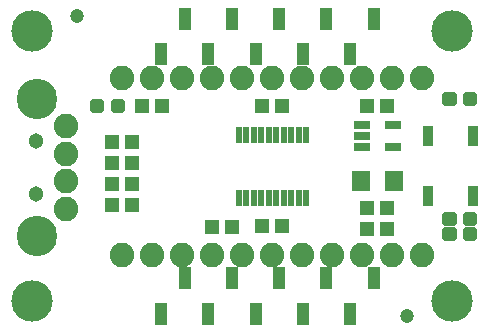
<source format=gbr>
G04 EAGLE Gerber RS-274X export*
G75*
%MOMM*%
%FSLAX34Y34*%
%LPD*%
%INSoldermask Top*%
%IPPOS*%
%AMOC8*
5,1,8,0,0,1.08239X$1,22.5*%
G01*
%ADD10R,1.303200X1.203200*%
%ADD11C,3.505200*%
%ADD12R,1.403200X0.753200*%
%ADD13R,1.603200X1.803200*%
%ADD14C,2.082800*%
%ADD15R,0.584200X1.346200*%
%ADD16C,1.203200*%
%ADD17R,0.965200X1.727200*%
%ADD18R,1.053200X1.903200*%
%ADD19C,0.505344*%
%ADD20C,3.419200*%
%ADD21C,1.303200*%


D10*
X194276Y88621D03*
X177276Y88621D03*
X118500Y190500D03*
X135500Y190500D03*
X220100Y88900D03*
X237100Y88900D03*
X309000Y104140D03*
X326000Y104140D03*
X309000Y86360D03*
X326000Y86360D03*
D11*
X25400Y25400D03*
X25400Y254000D03*
X381000Y254000D03*
X381000Y25400D03*
D10*
X237100Y190500D03*
X220100Y190500D03*
D12*
X304499Y174600D03*
X304499Y165100D03*
X304499Y155600D03*
X330501Y155600D03*
X330501Y174600D03*
D13*
X303500Y127000D03*
X331500Y127000D03*
D10*
X326000Y190500D03*
X309000Y190500D03*
D14*
X355600Y64770D03*
X330200Y64770D03*
X304800Y64770D03*
X279400Y64770D03*
X254000Y64770D03*
X228600Y64770D03*
X203200Y64770D03*
X177800Y64770D03*
X152400Y64770D03*
X127000Y64770D03*
X101600Y64770D03*
X101600Y214630D03*
X127000Y214630D03*
X152400Y214630D03*
X177800Y214630D03*
X203200Y214630D03*
X228600Y214630D03*
X254000Y214630D03*
X279400Y214630D03*
X304800Y214630D03*
X330200Y214630D03*
X355600Y214630D03*
D15*
X231775Y112903D03*
X225425Y112903D03*
X219075Y112903D03*
X212725Y112903D03*
X206375Y112903D03*
X200025Y112903D03*
X238125Y112903D03*
X244475Y112903D03*
X250825Y112903D03*
X257175Y112903D03*
X225425Y166497D03*
X231775Y166497D03*
X238125Y166497D03*
X244475Y166497D03*
X250825Y166497D03*
X257175Y166497D03*
X219075Y166497D03*
X212725Y166497D03*
X206375Y166497D03*
X200025Y166497D03*
D10*
X93100Y124460D03*
X110100Y124460D03*
X110100Y142240D03*
X93100Y142240D03*
X93100Y160020D03*
X110100Y160020D03*
X93100Y106680D03*
X110100Y106680D03*
D16*
X63500Y266700D03*
X342900Y12700D03*
D17*
X398780Y165100D03*
X398780Y114300D03*
X360680Y165100D03*
X360680Y114300D03*
D18*
X134300Y234700D03*
X154300Y264700D03*
X174300Y234700D03*
X194300Y264700D03*
X214300Y234700D03*
X234300Y264700D03*
X254300Y234700D03*
X274300Y264700D03*
X294300Y234700D03*
X314300Y264700D03*
X134300Y14700D03*
X154300Y44700D03*
X174300Y14700D03*
X194300Y44700D03*
X214300Y14700D03*
X234300Y44700D03*
X254300Y14700D03*
X274300Y44700D03*
X294300Y14700D03*
X314300Y44700D03*
D19*
X392630Y91760D02*
X392630Y98740D01*
X399610Y98740D01*
X399610Y91760D01*
X392630Y91760D01*
X392630Y96560D02*
X399610Y96560D01*
X375090Y98740D02*
X375090Y91760D01*
X375090Y98740D02*
X382070Y98740D01*
X382070Y91760D01*
X375090Y91760D01*
X375090Y96560D02*
X382070Y96560D01*
X392630Y86040D02*
X392630Y79060D01*
X392630Y86040D02*
X399610Y86040D01*
X399610Y79060D01*
X392630Y79060D01*
X392630Y83860D02*
X399610Y83860D01*
X375090Y86040D02*
X375090Y79060D01*
X375090Y86040D02*
X382070Y86040D01*
X382070Y79060D01*
X375090Y79060D01*
X375090Y83860D02*
X382070Y83860D01*
X392630Y193360D02*
X392630Y200340D01*
X399610Y200340D01*
X399610Y193360D01*
X392630Y193360D01*
X392630Y198160D02*
X399610Y198160D01*
X375090Y200340D02*
X375090Y193360D01*
X375090Y200340D02*
X382070Y200340D01*
X382070Y193360D01*
X375090Y193360D01*
X375090Y198160D02*
X382070Y198160D01*
X83620Y193990D02*
X83620Y187010D01*
X76640Y187010D01*
X76640Y193990D01*
X83620Y193990D01*
X83620Y191810D02*
X76640Y191810D01*
X101160Y193990D02*
X101160Y187010D01*
X94180Y187010D01*
X94180Y193990D01*
X101160Y193990D01*
X101160Y191810D02*
X94180Y191810D01*
D14*
X53591Y173557D03*
X53591Y149827D03*
X53591Y127287D03*
X53591Y103557D03*
D20*
X29591Y80557D03*
X29591Y196557D03*
D21*
X28591Y161057D03*
X28591Y116057D03*
M02*

</source>
